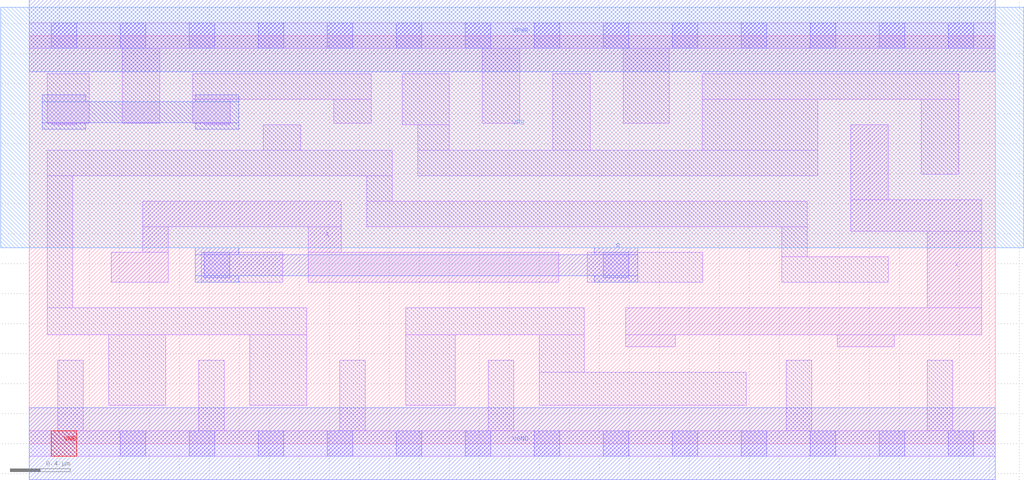
<source format=lef>
# Copyright 2020 The SkyWater PDK Authors
#
# Licensed under the Apache License, Version 2.0 (the "License");
# you may not use this file except in compliance with the License.
# You may obtain a copy of the License at
#
#     https://www.apache.org/licenses/LICENSE-2.0
#
# Unless required by applicable law or agreed to in writing, software
# distributed under the License is distributed on an "AS IS" BASIS,
# WITHOUT WARRANTIES OR CONDITIONS OF ANY KIND, either express or implied.
# See the License for the specific language governing permissions and
# limitations under the License.
#
# SPDX-License-Identifier: Apache-2.0

VERSION 5.7 ;
  NOWIREEXTENSIONATPIN ON ;
  DIVIDERCHAR "/" ;
  BUSBITCHARS "[]" ;
PROPERTYDEFINITIONS
  MACRO maskLayoutSubType STRING ;
  MACRO prCellType STRING ;
  MACRO originalViewName STRING ;
END PROPERTYDEFINITIONS
MACRO sky130_fd_sc_hdll__xor2_2
  CLASS CORE ;
  FOREIGN sky130_fd_sc_hdll__xor2_2 ;
  ORIGIN  0.000000  0.000000 ;
  SIZE  6.440000 BY  2.720000 ;
  SYMMETRY X Y R90 ;
  SITE unithd ;
  PIN A
    ANTENNAGATEAREA  1.110000 ;
    DIRECTION INPUT ;
    USE SIGNAL ;
    PORT
      LAYER li1 ;
        RECT 0.545000 1.075000 0.925000 1.275000 ;
        RECT 0.755000 1.275000 0.925000 1.445000 ;
        RECT 0.755000 1.445000 2.080000 1.615000 ;
        RECT 1.860000 1.075000 3.530000 1.275000 ;
        RECT 1.860000 1.275000 2.080000 1.445000 ;
    END
  END A
  PIN B
    ANTENNAGATEAREA  1.110000 ;
    DIRECTION INPUT ;
    USE SIGNAL ;
    PORT
      LAYER met1 ;
        RECT 1.105000 1.075000 1.395000 1.120000 ;
        RECT 1.105000 1.120000 4.055000 1.260000 ;
        RECT 1.105000 1.260000 1.395000 1.305000 ;
        RECT 3.765000 1.075000 4.055000 1.120000 ;
        RECT 3.765000 1.260000 4.055000 1.305000 ;
    END
  END B
  PIN X
    ANTENNADIFFAREA  0.806750 ;
    DIRECTION OUTPUT ;
    USE SIGNAL ;
    PORT
      LAYER li1 ;
        RECT 3.975000 0.645000 4.305000 0.725000 ;
        RECT 3.975000 0.725000 6.350000 0.905000 ;
        RECT 5.385000 0.645000 5.765000 0.725000 ;
        RECT 5.475000 1.415000 6.350000 1.625000 ;
        RECT 5.475000 1.625000 5.725000 2.125000 ;
        RECT 5.985000 0.905000 6.350000 1.415000 ;
    END
  END X
  PIN VGND
    DIRECTION INOUT ;
    USE GROUND ;
    PORT
      LAYER met1 ;
        RECT 0.000000 -0.240000 6.440000 0.240000 ;
    END
  END VGND
  PIN VNB
    DIRECTION INOUT ;
    USE GROUND ;
    PORT
      LAYER pwell ;
        RECT 0.145000 -0.085000 0.315000 0.085000 ;
    END
  END VNB
  PIN VPB
    DIRECTION INOUT ;
    USE POWER ;
    PORT
      LAYER nwell ;
        RECT -0.190000 1.305000 6.630000 2.910000 ;
    END
  END VPB
  PIN VPWR
    DIRECTION INOUT ;
    USE POWER ;
    PORT
      LAYER met1 ;
        RECT 0.000000 2.480000 6.440000 2.960000 ;
    END
  END VPWR
  OBS
    LAYER li1 ;
      RECT 0.000000 -0.085000 6.440000 0.085000 ;
      RECT 0.000000  2.635000 6.440000 2.805000 ;
      RECT 0.120000  0.725000 1.850000 0.905000 ;
      RECT 0.120000  0.905000 0.290000 1.785000 ;
      RECT 0.120000  1.785000 2.420000 1.955000 ;
      RECT 0.120000  2.135000 0.400000 2.465000 ;
      RECT 0.145000  2.125000 0.315000 2.135000 ;
      RECT 0.190000  0.085000 0.360000 0.555000 ;
      RECT 0.530000  0.255000 0.910000 0.725000 ;
      RECT 0.620000  2.135000 0.870000 2.635000 ;
      RECT 1.090000  2.135000 1.340000 2.295000 ;
      RECT 1.090000  2.295000 2.280000 2.465000 ;
      RECT 1.130000  0.085000 1.300000 0.555000 ;
      RECT 1.145000  1.075000 1.690000 1.275000 ;
      RECT 1.165000  2.125000 1.335000 2.135000 ;
      RECT 1.470000  0.255000 1.850000 0.725000 ;
      RECT 1.560000  1.955000 1.810000 2.125000 ;
      RECT 2.030000  2.135000 2.280000 2.295000 ;
      RECT 2.070000  0.085000 2.240000 0.555000 ;
      RECT 2.250000  1.445000 5.185000 1.615000 ;
      RECT 2.250000  1.615000 2.420000 1.785000 ;
      RECT 2.485000  2.125000 2.800000 2.465000 ;
      RECT 2.510000  0.255000 2.840000 0.725000 ;
      RECT 2.510000  0.725000 3.700000 0.905000 ;
      RECT 2.590000  1.785000 5.255000 1.955000 ;
      RECT 2.590000  1.955000 2.800000 2.125000 ;
      RECT 3.020000  2.135000 3.270000 2.635000 ;
      RECT 3.060000  0.085000 3.230000 0.555000 ;
      RECT 3.400000  0.255000 4.780000 0.475000 ;
      RECT 3.400000  0.475000 3.700000 0.725000 ;
      RECT 3.490000  1.955000 3.740000 2.465000 ;
      RECT 3.720000  1.075000 4.490000 1.275000 ;
      RECT 3.960000  2.135000 4.265000 2.635000 ;
      RECT 4.485000  1.955000 5.255000 2.295000 ;
      RECT 4.485000  2.295000 6.195000 2.465000 ;
      RECT 5.015000  1.075000 5.725000 1.245000 ;
      RECT 5.015000  1.245000 5.185000 1.445000 ;
      RECT 5.045000  0.085000 5.215000 0.555000 ;
      RECT 5.945000  1.795000 6.195000 2.295000 ;
      RECT 5.985000  0.085000 6.155000 0.555000 ;
    LAYER mcon ;
      RECT 0.145000 -0.085000 0.315000 0.085000 ;
      RECT 0.145000  2.635000 0.315000 2.805000 ;
      RECT 0.605000 -0.085000 0.775000 0.085000 ;
      RECT 0.605000  2.635000 0.775000 2.805000 ;
      RECT 1.065000 -0.085000 1.235000 0.085000 ;
      RECT 1.065000  2.635000 1.235000 2.805000 ;
      RECT 1.165000  1.105000 1.335000 1.275000 ;
      RECT 1.525000 -0.085000 1.695000 0.085000 ;
      RECT 1.525000  2.635000 1.695000 2.805000 ;
      RECT 1.985000 -0.085000 2.155000 0.085000 ;
      RECT 1.985000  2.635000 2.155000 2.805000 ;
      RECT 2.445000 -0.085000 2.615000 0.085000 ;
      RECT 2.445000  2.635000 2.615000 2.805000 ;
      RECT 2.905000 -0.085000 3.075000 0.085000 ;
      RECT 2.905000  2.635000 3.075000 2.805000 ;
      RECT 3.365000 -0.085000 3.535000 0.085000 ;
      RECT 3.365000  2.635000 3.535000 2.805000 ;
      RECT 3.825000 -0.085000 3.995000 0.085000 ;
      RECT 3.825000  1.105000 3.995000 1.275000 ;
      RECT 3.825000  2.635000 3.995000 2.805000 ;
      RECT 4.285000 -0.085000 4.455000 0.085000 ;
      RECT 4.285000  2.635000 4.455000 2.805000 ;
      RECT 4.745000 -0.085000 4.915000 0.085000 ;
      RECT 4.745000  2.635000 4.915000 2.805000 ;
      RECT 5.205000 -0.085000 5.375000 0.085000 ;
      RECT 5.205000  2.635000 5.375000 2.805000 ;
      RECT 5.665000 -0.085000 5.835000 0.085000 ;
      RECT 5.665000  2.635000 5.835000 2.805000 ;
      RECT 6.125000 -0.085000 6.295000 0.085000 ;
      RECT 6.125000  2.635000 6.295000 2.805000 ;
    LAYER met1 ;
      RECT 0.085000 2.095000 0.375000 2.140000 ;
      RECT 0.085000 2.140000 1.395000 2.280000 ;
      RECT 0.085000 2.280000 0.375000 2.325000 ;
      RECT 1.105000 2.095000 1.395000 2.140000 ;
      RECT 1.105000 2.280000 1.395000 2.325000 ;
  END
  PROPERTY maskLayoutSubType "abstract" ;
  PROPERTY prCellType "standard" ;
  PROPERTY originalViewName "layout" ;
END sky130_fd_sc_hdll__xor2_2
END LIBRARY

</source>
